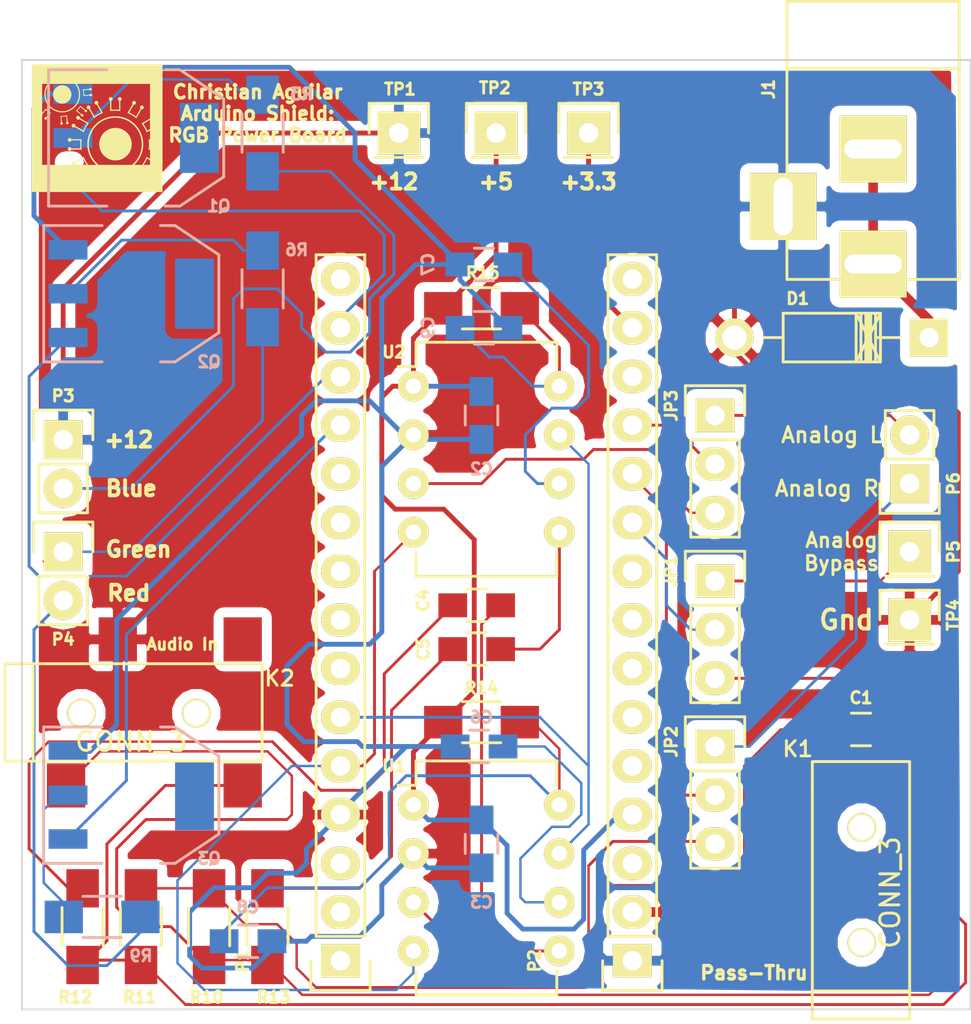
<source format=kicad_pcb>
(kicad_pcb (version 4) (host pcbnew 4.0.4-stable)
  (title_block (title GamingLighting) (date 2016-10-03) (rev A) (comment 1 "Christian Aguilar"))
  (layers (0 F.Cu signal) (31 B.Cu signal) (34 B.Paste user) (35 F.Paste user) (36 B.SilkS user) (37 F.SilkS user) (38 B.Mask user) (39 F.Mask user) (44 Edge.Cuts user))
  (net 0 "")
  (net 1 +12V)
  (net 2 +3.3V)
  (net 3 +5V)
  (net 4 /A0_EXT)
  (net 5 /A0_Right)
  (net 6 /A1_EXT)
  (net 7 /A1_Left)
  (net 8 /AudioByPass)
  (net 9 /AudioBypass_Ext)
  (net 10 /AudioInLeft)
  (net 11 /AudioInRight)
  (net 12 /D10)
  (net 13 /D11)
  (net 14 /D2)
  (net 15 /D3)
  (net 16 /D9)
  (net 17 /DigitalBandsLeft)
  (net 18 /DigitalBandsRight)
  (net 19 GND)
  (net 20 "Net-(C1-Pad1)")
  (net 21 "Net-(C1-Pad2)")
  (net 22 "Net-(C4-Pad1)")
  (net 23 "Net-(C4-Pad2)")
  (net 24 "Net-(C5-Pad1)")
  (net 25 "Net-(C5-Pad2)")
  (net 26 "Net-(C6-Pad1)")
  (net 27 "Net-(C7-Pad1)")
  (net 28 "Net-(C8-Pad1)")
  (net 29 "Net-(C9-Pad1)")
  (net 30 "Net-(D1-Pad1)")
  (net 31 "Net-(P3-Pad2)")
  (net 32 "Net-(P4-Pad1)")
  (net 33 "Net-(P4-Pad2)")
  (net 34 "Net-(Q1-Pad2)")
  (net 35 "Net-(Q2-Pad2)")
  (net 36 "Net-(Q3-Pad2)")
  (module Capacitors_SMD:C_0805_HandSoldering (layer F.Cu) (at 154.94 99.695 180)
    (fp_text reference C1 (at 0 1.651 180) (layer F.SilkS) (effects (font (size 0.6 0.6))))
    (fp_text value .01uF)
    (pad 1 smd rect (at -1.25 0 180) (size 1.5 1.25) (layers F.Cu F.Paste F.Mask) (net 20 "Net-(C1-Pad1)"))
    (pad 2 smd rect (at 1.25 0 180) (size 1.5 1.25) (layers F.Cu F.Paste F.Mask) (net 21 "Net-(C1-Pad2)"))
  )
  (module Capacitors_SMD:C_0805_HandSoldering (layer B.Cu) (at 135.128 83.312 270)
    (fp_text reference C2 (at 2.794 0 360) (layer B.SilkS) (effects (font (size 0.6 0.6)) (justify mirror)))
    (fp_text value .1uF)
    (pad 1 smd rect (at -1.25 0 270) (size 1.5 1.25) (layers B.Cu B.Paste B.Mask) (net 3 +5V))
    (pad 2 smd rect (at 1.25 0 270) (size 1.5 1.25) (layers B.Cu B.Paste B.Mask) (net 19 GND))
  )
  (module Capacitors_SMD:C_0805_HandSoldering (layer B.Cu) (at 135.128 105.664 270)
    (fp_text reference C3 (at 3.048 0 540) (layer B.SilkS) (effects (font (size 0.6 0.6)) (justify mirror)))
    (fp_text value .1uF)
    (pad 1 smd rect (at -1.25 0 270) (size 1.5 1.25) (layers B.Cu B.Paste B.Mask) (net 3 +5V))
    (pad 2 smd rect (at 1.25 0 270) (size 1.5 1.25) (layers B.Cu B.Paste B.Mask) (net 19 GND))
  )
  (module Capacitors_SMD:C_0805_HandSoldering (layer F.Cu) (at 134.874 93.218 180)
    (fp_text reference C4 (at 2.794 0.254 270) (layer F.SilkS) (effects (font (size 0.6 0.6))))
    (fp_text value .01uF)
    (pad 1 smd rect (at -1.25 0 180) (size 1.5 1.25) (layers F.Cu F.Paste F.Mask) (net 22 "Net-(C4-Pad1)"))
    (pad 2 smd rect (at 1.25 0 180) (size 1.5 1.25) (layers F.Cu F.Paste F.Mask) (net 23 "Net-(C4-Pad2)"))
  )
  (module Capacitors_SMD:C_0805_HandSoldering (layer F.Cu) (at 134.874 95.504 180)
    (fp_text reference C5 (at 2.794 0 270) (layer F.SilkS) (effects (font (size 0.6 0.6))))
    (fp_text value .01uF)
    (pad 1 smd rect (at -1.25 0 180) (size 1.5 1.25) (layers F.Cu F.Paste F.Mask) (net 24 "Net-(C5-Pad1)"))
    (pad 2 smd rect (at 1.25 0 180) (size 1.5 1.25) (layers F.Cu F.Paste F.Mask) (net 25 "Net-(C5-Pad2)"))
  )
  (module Capacitors_SMD:C_0805_HandSoldering (layer B.Cu) (at 135.001 100.584 180)
    (fp_text reference C6 (at -0.127 1.524 180) (layer B.SilkS) (effects (font (size 0.6 0.6)) (justify mirror)))
    (fp_text value .1uF)
    (pad 1 smd rect (at -1.25 0 180) (size 1.5 1.25) (layers B.Cu B.Paste B.Mask) (net 26 "Net-(C6-Pad1)"))
    (pad 2 smd rect (at 1.25 0 180) (size 1.5 1.25) (layers B.Cu B.Paste B.Mask) (net 19 GND))
  )
  (module Capacitors_SMD:C_0805_HandSoldering (layer B.Cu) (at 135.255 75.438 180)
    (fp_text reference C7 (at 2.921 0 270) (layer B.SilkS) (effects (font (size 0.6 0.6)) (justify mirror)))
    (fp_text value .1uF)
    (pad 1 smd rect (at -1.25 0 180) (size 1.5 1.25) (layers B.Cu B.Paste B.Mask) (net 27 "Net-(C7-Pad1)"))
    (pad 2 smd rect (at 1.25 0 180) (size 1.5 1.25) (layers B.Cu B.Paste B.Mask) (net 19 GND))
  )
  (module Capacitors_SMD:C_0805_HandSoldering (layer B.Cu) (at 122.936 110.744)
    (fp_text reference C8 (at 0 -1.778) (layer B.SilkS) (effects (font (size 0.6 0.6)) (justify mirror)))
    (fp_text value 33pF)
    (pad 1 smd rect (at -1.25 0) (size 1.5 1.25) (layers B.Cu B.Paste B.Mask) (net 28 "Net-(C8-Pad1)"))
    (pad 2 smd rect (at 1.25 0) (size 1.5 1.25) (layers B.Cu B.Paste B.Mask) (net 19 GND))
  )
  (module Capacitors_SMD:C_0805_HandSoldering (layer B.Cu) (at 135.255 78.74)
    (fp_text reference C9 (at -2.921 0 90) (layer B.SilkS) (effects (font (size 0.6 0.6)) (justify mirror)))
    (fp_text value 33pF)
    (pad 1 smd rect (at -1.25 0) (size 1.5 1.25) (layers B.Cu B.Paste B.Mask) (net 29 "Net-(C9-Pad1)"))
    (pad 2 smd rect (at 1.25 0) (size 1.5 1.25) (layers B.Cu B.Paste B.Mask) (net 19 GND))
  )
  (module Diodes_ThroughHole:Diode_DO-41_SOD81_Horizontal_RM10 (layer F.Cu) (at 158.496 79.248 180)
    (fp_text reference D1 (at 6.858 2.032 180) (layer F.SilkS) (effects (font (size 0.6 0.6))))
    (fp_text value DIODE)
    (pad 2 thru_hole circle (at 10.16 -0.00254) (size 1.99898 1.99898) (drill 1.27) (layers *.Cu *.Mask F.SilkS) (net 19 GND))
    (pad 1 thru_hole rect (at 0 -0.00254) (size 1.99898 1.99898) (drill 1.00076) (layers *.Cu *.Mask F.SilkS) (net 30 "Net-(D1-Pad1)"))
  )
  (module Connect:BARREL_JACK (layer F.Cu) (at 155.575 69.215 270)
    (fp_text reference J1 (at -2.921 5.461 450) (layer F.SilkS) (effects (font (size 0.6 0.6))))
    (fp_text value JACK_2P)
    (pad 1 thru_hole rect (at 6.20014 0 270) (size 3.50012 3.50012) (drill oval 1.00076 2.99974) (layers *.Cu *.Mask F.SilkS) (net 30 "Net-(D1-Pad1)"))
    (pad 2 thru_hole rect (at 0.20066 0 270) (size 3.50012 3.50012) (drill oval 1.00076 2.99974) (layers *.Cu *.Mask F.SilkS) (net 30 "Net-(D1-Pad1)"))
    (pad 3 thru_hole rect (at 3.2004 4.699 270) (size 3.50012 3.50012) (drill oval 2.99974 1.00076) (layers *.Cu *.Mask F.SilkS) (net 1 +12V))
  )
  (module Pin_Headers:Pin_Header_Straight_1x03 (layer F.Cu) (at 147.32 91.948)
    (fp_text reference JP1 (at -2.286 -0.508 90) (layer F.SilkS) (effects (font (size 0.6 0.6))))
    (fp_text value JUMPER3)
    (pad 1 thru_hole rect (at 0 0) (size 2.032 1.7272) (drill 1.016) (layers *.Cu *.Mask F.SilkS) (net 9 /AudioBypass_Ext))
    (pad 2 thru_hole oval (at 0 2.54) (size 2.032 1.7272) (drill 1.016) (layers *.Cu *.Mask F.SilkS) (net 8 /AudioByPass))
    (pad 3 thru_hole oval (at 0 5.08) (size 2.032 1.7272) (drill 1.016) (layers *.Cu *.Mask F.SilkS) (net 20 "Net-(C1-Pad1)"))
  )
  (module Pin_Headers:Pin_Header_Straight_1x03 (layer F.Cu) (at 147.32 100.584)
    (fp_text reference JP2 (at -2.286 -0.254 90) (layer F.SilkS) (effects (font (size 0.6 0.6))))
    (fp_text value JUMPER3)
    (pad 1 thru_hole rect (at 0 0) (size 2.032 1.7272) (drill 1.016) (layers *.Cu *.Mask F.SilkS) (net 6 /A1_EXT))
    (pad 2 thru_hole oval (at 0 2.54) (size 2.032 1.7272) (drill 1.016) (layers *.Cu *.Mask F.SilkS) (net 7 /A1_Left))
    (pad 3 thru_hole oval (at 0 5.08) (size 2.032 1.7272) (drill 1.016) (layers *.Cu *.Mask F.SilkS) (net 17 /DigitalBandsLeft))
  )
  (module Pin_Headers:Pin_Header_Straight_1x03 (layer F.Cu) (at 147.32 83.312)
    (fp_text reference JP3 (at -2.286 -0.508 90) (layer F.SilkS) (effects (font (size 0.6 0.6))))
    (fp_text value JUMPER3)
    (pad 1 thru_hole rect (at 0 0) (size 2.032 1.7272) (drill 1.016) (layers *.Cu *.Mask F.SilkS) (net 4 /A0_EXT))
    (pad 2 thru_hole oval (at 0 2.54) (size 2.032 1.7272) (drill 1.016) (layers *.Cu *.Mask F.SilkS) (net 5 /A0_Right))
    (pad 3 thru_hole oval (at 0 5.08) (size 2.032 1.7272) (drill 1.016) (layers *.Cu *.Mask F.SilkS) (net 18 /DigitalBandsRight))
  )
  (module Pin_Headers:Pin_Header_Straight_1x02 (layer F.Cu) (at 113.284 84.582)
    (fp_text reference P3 (at 0 -2.286 180) (layer F.SilkS) (effects (font (size 0.6 0.6))))
    (fp_text value CONN_2)
    (pad 1 thru_hole rect (at 0 0) (size 2.032 2.032) (drill 1.016) (layers *.Cu *.Mask F.SilkS) (net 1 +12V))
    (pad 2 thru_hole oval (at 0 2.54) (size 2.032 2.032) (drill 1.016) (layers *.Cu *.Mask F.SilkS) (net 31 "Net-(P3-Pad2)"))
  )
  (module Pin_Headers:Pin_Header_Straight_1x02 (layer F.Cu) (at 113.284 90.424)
    (fp_text reference P4 (at 0 4.572 180) (layer F.SilkS) (effects (font (size 0.6 0.6))))
    (fp_text value CONN_2)
    (pad 1 thru_hole rect (at 0 0) (size 2.032 2.032) (drill 1.016) (layers *.Cu *.Mask F.SilkS) (net 32 "Net-(P4-Pad1)"))
    (pad 2 thru_hole oval (at 0 2.54) (size 2.032 2.032) (drill 1.016) (layers *.Cu *.Mask F.SilkS) (net 33 "Net-(P4-Pad2)"))
  )
  (module Pin_Headers:Pin_Header_Straight_1x01 (layer F.Cu) (at 157.48 90.424)
    (fp_text reference P5 (at 2.286 0 90) (layer F.SilkS) (effects (font (size 0.6 0.6))))
    (fp_text value CONN_1)
    (pad 1 thru_hole rect (at 0 0) (size 2.2352 2.2352) (drill 1.016) (layers *.Cu *.Mask F.SilkS) (net 9 /AudioBypass_Ext))
  )
  (module Pin_Headers:Pin_Header_Straight_1x02 (layer F.Cu) (at 157.48 86.868 180)
    (fp_text reference P6 (at -2.286 0 270) (layer F.SilkS) (effects (font (size 0.6 0.6))))
    (fp_text value CONN_2)
    (pad 1 thru_hole rect (at 0 0 180) (size 2.032 2.032) (drill 1.016) (layers *.Cu *.Mask F.SilkS) (net 6 /A1_EXT))
    (pad 2 thru_hole oval (at 0 2.54 180) (size 2.032 2.032) (drill 1.016) (layers *.Cu *.Mask F.SilkS) (net 4 /A0_EXT))
  )
  (module Resistors_SMD:R_1206_HandSoldering (layer B.Cu) (at 123.698 68.58 90)
    (fp_text reference R3 (at 2.032 2.032 180) (layer B.SilkS) (effects (font (size 0.6 0.6)) (justify mirror)))
    (fp_text value 10)
    (pad 1 smd rect (at -2 0 90) (size 2 1.7) (layers B.Cu B.Paste B.Mask) (net 31 "Net-(P3-Pad2)"))
    (pad 2 smd rect (at 2 0 90) (size 2 1.7) (layers B.Cu B.Paste B.Mask) (net 34 "Net-(Q1-Pad2)"))
  )
  (module Resistors_SMD:R_1206_HandSoldering (layer B.Cu) (at 123.698 76.708 90)
    (fp_text reference R6 (at 2.032 1.778 180) (layer B.SilkS) (effects (font (size 0.6 0.6)) (justify mirror)))
    (fp_text value 10)
    (pad 1 smd rect (at -2 0 90) (size 2 1.7) (layers B.Cu B.Paste B.Mask) (net 32 "Net-(P4-Pad1)"))
    (pad 2 smd rect (at 2 0 90) (size 2 1.7) (layers B.Cu B.Paste B.Mask) (net 35 "Net-(Q2-Pad2)"))
  )
  (module Resistors_SMD:R_1206_HandSoldering (layer B.Cu) (at 115.316 109.474 180)
    (fp_text reference R9 (at -2.032 -2.032 180) (layer B.SilkS) (effects (font (size 0.6 0.6)) (justify mirror)))
    (fp_text value 20)
    (pad 1 smd rect (at -2 0 180) (size 2 1.7) (layers B.Cu B.Paste B.Mask) (net 33 "Net-(P4-Pad2)"))
    (pad 2 smd rect (at 2 0 180) (size 2 1.7) (layers B.Cu B.Paste B.Mask) (net 36 "Net-(Q3-Pad2)"))
  )
  (module Resistors_SMD:R_1206_HandSoldering (layer F.Cu) (at 120.904 109.982 270)
    (fp_text reference R10 (at 3.683 0.127 360) (layer F.SilkS) (effects (font (size 0.6 0.6))))
    (fp_text value 22k)
    (pad 1 smd rect (at -2 0 270) (size 2 1.7) (layers F.Cu F.Paste F.Mask) (net 21 "Net-(C1-Pad2)"))
    (pad 2 smd rect (at 2 0 270) (size 2 1.7) (layers F.Cu F.Paste F.Mask) (net 11 /AudioInRight))
  )
  (module Resistors_SMD:R_1206_HandSoldering (layer F.Cu) (at 117.348 109.982 270)
    (fp_text reference R11 (at 3.683 0.0635 360) (layer F.SilkS) (effects (font (size 0.6 0.6))))
    (fp_text value 22k)
    (pad 1 smd rect (at -2 0 270) (size 2 1.7) (layers F.Cu F.Paste F.Mask) (net 21 "Net-(C1-Pad2)"))
    (pad 2 smd rect (at 2 0 270) (size 2 1.7) (layers F.Cu F.Paste F.Mask) (net 10 /AudioInLeft))
  )
  (module Resistors_SMD:R_1206_HandSoldering (layer F.Cu) (at 114.3 109.982 270)
    (fp_text reference R12 (at 3.683 0.381 360) (layer F.SilkS) (effects (font (size 0.6 0.6))))
    (fp_text value 22k)
    (pad 1 smd rect (at -2 0 270) (size 2 1.7) (layers F.Cu F.Paste F.Mask) (net 23 "Net-(C4-Pad2)"))
    (pad 2 smd rect (at 2 0 270) (size 2 1.7) (layers F.Cu F.Paste F.Mask) (net 10 /AudioInLeft))
  )
  (module Resistors_SMD:R_1206_HandSoldering (layer F.Cu) (at 123.952 109.982 270)
    (fp_text reference R13 (at 3.683 -0.3175 360) (layer F.SilkS) (effects (font (size 0.6 0.6))))
    (fp_text value 22k)
    (pad 1 smd rect (at -2 0 270) (size 2 1.7) (layers F.Cu F.Paste F.Mask) (net 25 "Net-(C5-Pad2)"))
    (pad 2 smd rect (at 2 0 270) (size 2 1.7) (layers F.Cu F.Paste F.Mask) (net 11 /AudioInRight))
  )
  (module Resistors_SMD:R_1206_HandSoldering (layer F.Cu) (at 135.128 99.314 180)
    (fp_text reference R14 (at 0 1.778 180) (layer F.SilkS) (effects (font (size 0.6 0.6))))
    (fp_text value 200k)
    (pad 1 smd rect (at -2 0 180) (size 2 1.7) (layers F.Cu F.Paste F.Mask) (net 28 "Net-(C8-Pad1)"))
    (pad 2 smd rect (at 2 0 180) (size 2 1.7) (layers F.Cu F.Paste F.Mask) (net 3 +5V))
  )
  (module Resistors_SMD:R_1206_HandSoldering (layer F.Cu) (at 135.128 77.724 180)
    (fp_text reference R15 (at -0.0635 1.8415 180) (layer F.SilkS) (effects (font (size 0.6 0.6))))
    (fp_text value 200k)
    (pad 1 smd rect (at -2 0 180) (size 2 1.7) (layers F.Cu F.Paste F.Mask) (net 29 "Net-(C9-Pad1)"))
    (pad 2 smd rect (at 2 0 180) (size 2 1.7) (layers F.Cu F.Paste F.Mask) (net 3 +5V))
  )
  (module Pin_Headers:Pin_Header_Straight_1x01 (layer F.Cu) (at 130.81 68.58)
    (fp_text reference TP1 (at 0.0635 -2.286) (layer F.SilkS) (effects (font (size 0.6 0.6))))
    (fp_text value CONN_01X01)
    (pad 1 thru_hole rect (at 0 0) (size 2.2352 2.2352) (drill 1.016) (layers *.Cu *.Mask F.SilkS) (net 1 +12V))
  )
  (module Pin_Headers:Pin_Header_Straight_1x01 (layer F.Cu) (at 135.89 68.58)
    (fp_text reference TP2 (at -0.0635 -2.3495) (layer F.SilkS) (effects (font (size 0.6 0.6))))
    (fp_text value CONN_01X01)
    (pad 1 thru_hole rect (at 0 0) (size 2.2352 2.2352) (drill 1.016) (layers *.Cu *.Mask F.SilkS) (net 3 +5V))
  )
  (module Pin_Headers:Pin_Header_Straight_1x01 (layer F.Cu) (at 140.716 68.58)
    (fp_text reference TP3 (at 0 -2.286) (layer F.SilkS) (effects (font (size 0.6 0.6))))
    (fp_text value CONN_01X01)
    (pad 1 thru_hole rect (at 0 0) (size 2.2352 2.2352) (drill 1.016) (layers *.Cu *.Mask F.SilkS) (net 2 +3.3V))
  )
  (module Pin_Headers:Pin_Header_Straight_1x01 (layer F.Cu) (at 157.48 93.98)
    (fp_text reference TP4 (at 2.286 -0.254 90) (layer F.SilkS) (effects (font (size 0.6 0.6))))
    (fp_text value CONN_01X01)
    (pad 1 thru_hole rect (at 0 0) (size 2.2352 2.2352) (drill 1.016) (layers *.Cu *.Mask F.SilkS) (net 19 GND))
  )
  (module Housings_DIP:DIP-8_W7.62mm (layer F.Cu) (at 131.572 103.632)
    (fp_text reference U1 (at -1.016 -2.032) (layer F.SilkS) (effects (font (size 0.6 0.6))))
    (fp_text value MSGEQ7)
    (pad 1 thru_hole oval (at 0 0) (size 1.6 1.6) (drill 0.8) (layers *.Cu *.Mask F.SilkS) (net 3 +5V))
    (pad 2 thru_hole oval (at 0 2.54) (size 1.6 1.6) (drill 0.8) (layers *.Cu *.Mask F.SilkS) (net 19 GND))
    (pad 3 thru_hole oval (at 0 5.08) (size 1.6 1.6) (drill 0.8) (layers *.Cu *.Mask F.SilkS) (net 17 /DigitalBandsLeft))
    (pad 4 thru_hole oval (at 0 7.62) (size 1.6 1.6) (drill 0.8) (layers *.Cu *.Mask F.SilkS) (net 14 /D2))
    (pad 5 thru_hole oval (at 7.62 7.62) (size 1.6 1.6) (drill 0.8) (layers *.Cu *.Mask F.SilkS) (net 22 "Net-(C4-Pad1)"))
    (pad 6 thru_hole oval (at 7.62 5.08) (size 1.6 1.6) (drill 0.8) (layers *.Cu *.Mask F.SilkS) (net 26 "Net-(C6-Pad1)"))
    (pad 7 thru_hole oval (at 7.62 2.54) (size 1.6 1.6) (drill 0.8) (layers *.Cu *.Mask F.SilkS) (net 15 /D3))
    (pad 8 thru_hole oval (at 7.62 0) (size 1.6 1.6) (drill 0.8) (layers *.Cu *.Mask F.SilkS) (net 28 "Net-(C8-Pad1)"))
  )
  (module Housings_DIP:DIP-8_W7.62mm (layer F.Cu) (at 131.572 81.788)
    (fp_text reference U2 (at -1.016 -1.778) (layer F.SilkS) (effects (font (size 0.6 0.6))))
    (fp_text value MSGEQ7)
    (pad 1 thru_hole oval (at 0 0) (size 1.6 1.6) (drill 0.8) (layers *.Cu *.Mask F.SilkS) (net 3 +5V))
    (pad 2 thru_hole oval (at 0 2.54) (size 1.6 1.6) (drill 0.8) (layers *.Cu *.Mask F.SilkS) (net 19 GND))
    (pad 3 thru_hole oval (at 0 5.08) (size 1.6 1.6) (drill 0.8) (layers *.Cu *.Mask F.SilkS) (net 18 /DigitalBandsRight))
    (pad 4 thru_hole oval (at 0 7.62) (size 1.6 1.6) (drill 0.8) (layers *.Cu *.Mask F.SilkS) (net 14 /D2))
    (pad 5 thru_hole oval (at 7.62 7.62) (size 1.6 1.6) (drill 0.8) (layers *.Cu *.Mask F.SilkS) (net 24 "Net-(C5-Pad1)"))
    (pad 6 thru_hole oval (at 7.62 5.08) (size 1.6 1.6) (drill 0.8) (layers *.Cu *.Mask F.SilkS) (net 27 "Net-(C7-Pad1)"))
    (pad 7 thru_hole oval (at 7.62 2.54) (size 1.6 1.6) (drill 0.8) (layers *.Cu *.Mask F.SilkS) (net 15 /D3))
    (pad 8 thru_hole oval (at 7.62 0) (size 1.6 1.6) (drill 0.8) (layers *.Cu *.Mask F.SilkS) (net 29 "Net-(C9-Pad1)"))
  )
  (module Socket_Strips:Socket_Strip_Straight_1x15 (layer F.Cu) (at 127.762 111.76 90)
    (fp_text reference P1 (at 0 -5.1 90) (layer F.SilkS) (effects (font (size 0.6 0.6))))
    (fp_text value CONN_01X15)
    (pad 1 thru_hole rect (at 0 0 90) (size 1.7272 2.032) (drill 1.016) (layers *.Cu *.Mask F.SilkS))
    (pad 2 thru_hole oval (at 2.54 0 90) (size 1.7272 2.032) (drill 1.016) (layers *.Cu *.Mask F.SilkS))
    (pad 3 thru_hole oval (at 5.08 0 90) (size 1.7272 2.032) (drill 1.016) (layers *.Cu *.Mask F.SilkS))
    (pad 4 thru_hole oval (at 7.62 0 90) (size 1.7272 2.032) (drill 1.016) (layers *.Cu *.Mask F.SilkS) (net 19 GND))
    (pad 5 thru_hole oval (at 10.16 0 90) (size 1.7272 2.032) (drill 1.016) (layers *.Cu *.Mask F.SilkS) (net 14 /D2))
    (pad 6 thru_hole oval (at 12.7 0 90) (size 1.7272 2.032) (drill 1.016) (layers *.Cu *.Mask F.SilkS) (net 15 /D3))
    (pad 7 thru_hole oval (at 15.24 0 90) (size 1.7272 2.032) (drill 1.016) (layers *.Cu *.Mask F.SilkS))
    (pad 8 thru_hole oval (at 17.78 0 90) (size 1.7272 2.032) (drill 1.016) (layers *.Cu *.Mask F.SilkS))
    (pad 9 thru_hole oval (at 20.32 0 90) (size 1.7272 2.032) (drill 1.016) (layers *.Cu *.Mask F.SilkS))
    (pad 10 thru_hole oval (at 22.86 0 90) (size 1.7272 2.032) (drill 1.016) (layers *.Cu *.Mask F.SilkS))
    (pad 11 thru_hole oval (at 25.4 0 90) (size 1.7272 2.032) (drill 1.016) (layers *.Cu *.Mask F.SilkS))
    (pad 12 thru_hole oval (at 27.94 0 90) (size 1.7272 2.032) (drill 1.016) (layers *.Cu *.Mask F.SilkS) (net 16 /D9))
    (pad 13 thru_hole oval (at 30.48 0 90) (size 1.7272 2.032) (drill 1.016) (layers *.Cu *.Mask F.SilkS) (net 12 /D10))
    (pad 14 thru_hole oval (at 33.02 0 90) (size 1.7272 2.032) (drill 1.016) (layers *.Cu *.Mask F.SilkS) (net 13 /D11))
    (pad 15 thru_hole oval (at 35.56 0 90) (size 1.7272 2.032) (drill 1.016) (layers *.Cu *.Mask F.SilkS))
  )
  (module Socket_Strips:Socket_Strip_Straight_1x15 (layer F.Cu) (at 143.002 111.76 90)
    (fp_text reference P2 (at 0 -5.1 90) (layer F.SilkS) (effects (font (size 0.6 0.6))))
    (fp_text value CONN_01X15)
    (pad 1 thru_hole rect (at 0 0 90) (size 1.7272 2.032) (drill 1.016) (layers *.Cu *.Mask F.SilkS) (net 1 +12V))
    (pad 2 thru_hole oval (at 2.54 0 90) (size 1.7272 2.032) (drill 1.016) (layers *.Cu *.Mask F.SilkS) (net 19 GND))
    (pad 3 thru_hole oval (at 5.08 0 90) (size 1.7272 2.032) (drill 1.016) (layers *.Cu *.Mask F.SilkS))
    (pad 4 thru_hole oval (at 7.62 0 90) (size 1.7272 2.032) (drill 1.016) (layers *.Cu *.Mask F.SilkS) (net 3 +5V))
    (pad 5 thru_hole oval (at 10.16 0 90) (size 1.7272 2.032) (drill 1.016) (layers *.Cu *.Mask F.SilkS))
    (pad 6 thru_hole oval (at 12.7 0 90) (size 1.7272 2.032) (drill 1.016) (layers *.Cu *.Mask F.SilkS))
    (pad 7 thru_hole oval (at 15.24 0 90) (size 1.7272 2.032) (drill 1.016) (layers *.Cu *.Mask F.SilkS))
    (pad 8 thru_hole oval (at 17.78 0 90) (size 1.7272 2.032) (drill 1.016) (layers *.Cu *.Mask F.SilkS))
    (pad 9 thru_hole oval (at 20.32 0 90) (size 1.7272 2.032) (drill 1.016) (layers *.Cu *.Mask F.SilkS))
    (pad 10 thru_hole oval (at 22.86 0 90) (size 1.7272 2.032) (drill 1.016) (layers *.Cu *.Mask F.SilkS) (net 8 /AudioByPass))
    (pad 11 thru_hole oval (at 25.4 0 90) (size 1.7272 2.032) (drill 1.016) (layers *.Cu *.Mask F.SilkS) (net 7 /A1_Left))
    (pad 12 thru_hole oval (at 27.94 0 90) (size 1.7272 2.032) (drill 1.016) (layers *.Cu *.Mask F.SilkS) (net 5 /A0_Right))
    (pad 13 thru_hole oval (at 30.48 0 90) (size 1.7272 2.032) (drill 1.016) (layers *.Cu *.Mask F.SilkS))
    (pad 14 thru_hole oval (at 33.02 0 90) (size 1.7272 2.032) (drill 1.016) (layers *.Cu *.Mask F.SilkS) (net 2 +3.3V))
    (pad 15 thru_hole oval (at 35.56 0 90) (size 1.7272 2.032) (drill 1.016) (layers *.Cu *.Mask F.SilkS))
  )
  (module TO_SOT_Packages_SMD:SOT-223 (layer B.Cu) (at 117.094 68.834 90)
    (fp_text reference Q1 (at -3.556 4.318 180) (layer B.SilkS) (effects (font (size 0.6 0.6)) (justify mirror)))
    (fp_text value Q_NMOS_GDS)
    (pad 4 smd rect (at 0 3.302 90) (size 3.6576 2.032) (layers B.Cu B.Paste B.Mask))
    (pad 2 smd rect (at 0 -3.302 90) (size 1.016 2.032) (layers B.Cu B.Paste B.Mask) (net 34 "Net-(Q1-Pad2)"))
    (pad 3 smd rect (at 2.286 -3.302 90) (size 1.016 2.032) (layers B.Cu B.Paste B.Mask) (net 19 GND))
    (pad 1 smd rect (at -2.286 -3.302 90) (size 1.016 2.032) (layers B.Cu B.Paste B.Mask) (net 13 /D11))
  )
  (module TO_SOT_Packages_SMD:SOT-223 (layer B.Cu) (at 116.84 76.962 90)
    (fp_text reference Q2 (at -3.556 4.064 180) (layer B.SilkS) (effects (font (size 0.6 0.6)) (justify mirror)))
    (fp_text value Q_NMOS_GDS)
    (pad 4 smd rect (at 0 3.302 90) (size 3.6576 2.032) (layers B.Cu B.Paste B.Mask))
    (pad 2 smd rect (at 0 -3.302 90) (size 1.016 2.032) (layers B.Cu B.Paste B.Mask) (net 35 "Net-(Q2-Pad2)"))
    (pad 3 smd rect (at 2.286 -3.302 90) (size 1.016 2.032) (layers B.Cu B.Paste B.Mask) (net 19 GND))
    (pad 1 smd rect (at -2.286 -3.302 90) (size 1.016 2.032) (layers B.Cu B.Paste B.Mask) (net 12 /D10))
  )
  (module TO_SOT_Packages_SMD:SOT-223 (layer B.Cu) (at 116.84 103.124 90)
    (fp_text reference Q3 (at -3.302 4.064 180) (layer B.SilkS) (effects (font (size 0.6 0.6)) (justify mirror)))
    (fp_text value Q_NMOS_GDS)
    (pad 4 smd rect (at 0 3.302 90) (size 3.6576 2.032) (layers B.Cu B.Paste B.Mask))
    (pad 2 smd rect (at 0 -3.302 90) (size 1.016 2.032) (layers B.Cu B.Paste B.Mask) (net 36 "Net-(Q3-Pad2)"))
    (pad 3 smd rect (at 2.286 -3.302 90) (size 1.016 2.032) (layers B.Cu B.Paste B.Mask) (net 19 GND))
    (pad 1 smd rect (at -2.286 -3.302 90) (size 1.016 2.032) (layers B.Cu B.Paste B.Mask) (net 16 /D9))
  )
  (module AudioConn:LOGO (layer F.Cu) (at 115.062 68.326)
    (fp_text reference G*** hide)
    (fp_text value LOGO hide)
  )
  (module AudioConn:AudioJack (layer F.Cu) (at 110.236 101.346 90)
    (fp_text reference K2 (at 4.318 14.351 180) (layer F.SilkS) (effects (font (size 0.8 0.8))))
    (fp_text value CONN_3 (at 1.016 6.604 180) (layer F.SilkS))
    (pad 4 smd rect (at 6.35 12.422 90) (size 2.3 2) (layers F.Cu F.Paste F.Mask))
    (pad 1 smd rect (at -1.27 3.2 90) (size 2.3 2) (layers F.Cu F.Paste F.Mask) (net 11 /AudioInRight))
    (pad 2 smd rect (at -1.27 12.422 90) (size 2.3 2) (layers F.Cu F.Paste F.Mask) (net 10 /AudioInLeft))
    (pad 3 smd rect (at 6.35 5.9 90) (size 2.3 2) (layers F.Cu F.Paste F.Mask) (net 19 GND))
    (pad "" np_thru_hole circle (at 2.5 4 90) (size 1.5 1.5) (drill 1.3) (layers *.Cu *.Mask F.SilkS))
    (pad "" np_thru_hole circle (at 2.5 10 90) (size 1.5 1.5) (drill 1.3) (layers *.Cu *.Mask F.SilkS))
  )
  (module AudioConn:AudioJack (layer F.Cu) (at 157.48 114.808 180)
    (fp_text reference K1 (at 5.842 14.097 180) (layer F.SilkS) (effects (font (size 0.8 0.8))))
    (fp_text value CONN_3 (at 1.016 6.604 270) (layer F.SilkS))
    (pad 4 smd rect (at 6.35 12.422 180) (size 2.3 2) (layers F.Cu F.Paste F.Mask))
    (pad 1 smd rect (at -1.27 3.2 180) (size 2.3 2) (layers F.Cu F.Paste F.Mask) (net 11 /AudioInRight))
    (pad 2 smd rect (at -1.27 12.422 180) (size 2.3 2) (layers F.Cu F.Paste F.Mask) (net 10 /AudioInLeft))
    (pad 3 smd rect (at 6.35 5.9 180) (size 2.3 2) (layers F.Cu F.Paste F.Mask) (net 19 GND))
    (pad "" np_thru_hole circle (at 2.5 4 180) (size 1.5 1.5) (drill 1.3) (layers *.Cu *.Mask F.SilkS))
    (pad "" np_thru_hole circle (at 2.5 10 180) (size 1.5 1.5) (drill 1.3) (layers *.Cu *.Mask F.SilkS))
  )
  (gr_text Pass-Thru (at 149.352 112.395) (layer F.SilkS) (effects (font (size 0.7 0.7) (thickness 0.175))))
  (gr_text "Christian Aguilar\nArduino Shield:\nRGB Power Board" (at 123.444 67.564) (layer F.SilkS) (effects (font (size 0.7 0.7) (thickness 0.175))))
  (gr_text "Audio In" (at 119.507 95.25) (layer F.SilkS) (effects (font (size 0.6 0.6))))
  (gr_text Gnd (at 154.178 93.98) (layer F.SilkS) (effects (font (size 1 1) (thickness 0.2))))
  (gr_text "Analog R" (at 153.162 87.122) (layer F.SilkS) (effects (font (size 0.8 0.8))))
  (gr_text "Analog\nBypass" (at 153.924 90.424) (layer F.SilkS) (effects (font (size 0.75 0.75))))
  (gr_text "Analog L" (at 153.416 84.328) (layer F.SilkS) (effects (font (size 0.8 0.8))))
  (gr_text +3.3 (at 140.716 71.12) (layer F.SilkS) (effects (font (size 0.8 0.8) (thickness 0.2))))
  (gr_text +5 (at 135.89 71.12) (layer F.SilkS) (effects (font (size 0.8 0.8) (thickness 0.2))))
  (gr_text +12 (at 130.556 71.12) (layer F.SilkS) (effects (font (size 0.8 0.8) (thickness 0.2))))
  (gr_text Red (at 116.713 92.583) (layer F.SilkS) (effects (font (size 0.8 0.8) (thickness 0.2))))
  (gr_text Green (at 117.221 90.297) (layer F.SilkS) (effects (font (size 0.8 0.8) (thickness 0.2))))
  (gr_text Blue (at 116.84 87.122) (layer F.SilkS) (effects (font (size 0.8 0.8) (thickness 0.2))))
  (gr_text +12 (at 116.713 84.582) (layer F.SilkS) (effects (font (size 0.8 0.8) (thickness 0.2))))
  (gr_line (start 160.655 64.77) (end 111.125 64.77) (angle 90) (layer Edge.Cuts) (width 0.1))
  (gr_line (start 160.655 114.3) (end 160.655 64.77) (angle 90) (layer Edge.Cuts) (width 0.1))
  (gr_line (start 111.125 114.3) (end 160.655 114.3) (angle 90) (layer Edge.Cuts) (width 0.1))
  (gr_line (start 111.125 64.77) (end 111.125 114.3) (angle 90) (layer Edge.Cuts) (width 0.1))
  (segment (start 113.284 84.582) (end 113.284 76.708) (width 0.254) (layer F.Cu) (net 1))
  (segment (start 121.412 68.58) (end 130.81 68.58) (width 0.254) (layer F.Cu) (net 1))
  (segment (start 113.284 76.708) (end 121.412 68.58) (width 0.254) (layer F.Cu) (net 1))
  (segment (start 132.588 72.39) (end 150.8506 72.39) (width 0.254) (layer B.Cu) (net 1))
  (segment (start 150.8506 72.39) (end 150.876 72.4154) (width 0.254) (layer B.Cu) (net 1))
  (segment (start 130.81 68.58) (end 130.81 70.612) (width 0.254) (layer B.Cu) (net 1))
  (segment (start 130.81 70.612) (end 132.588 72.39) (width 0.254) (layer B.Cu) (net 1))
  (segment (start 132.588 72.39) (end 132.6134 72.4154) (width 0.254) (layer B.Cu) (net 1))
  (segment (start 141.732 107.95) (end 155.702 107.95) (width 0.254) (layer B.Cu) (net 1))
  (segment (start 141.224 108.458) (end 141.732 107.95) (width 0.254) (layer B.Cu) (net 1))
  (segment (start 141.224 111.252) (end 141.224 108.458) (width 0.254) (layer B.Cu) (net 1))
  (segment (start 159.766 84.582) (end 151.003 75.819) (width 0.254) (layer B.Cu) (net 1))
  (segment (start 159.766 97.917) (end 159.766 84.582) (width 0.254) (layer B.Cu) (net 1))
  (segment (start 156.845 100.838) (end 159.766 97.917) (width 0.254) (layer B.Cu) (net 1))
  (segment (start 156.845 106.807) (end 156.845 100.838) (width 0.254) (layer B.Cu) (net 1))
  (segment (start 151.003 75.819) (end 151.003 72.5424) (width 0.254) (layer B.Cu) (net 1))
  (segment (start 155.702 107.95) (end 156.845 106.807) (width 0.254) (layer B.Cu) (net 1))
  (segment (start 151.003 72.5424) (end 150.876 72.4154) (width 0.254) (layer B.Cu) (net 1))
  (segment (start 142.875 111.76) (end 141.732 111.76) (width 0.254) (layer B.Cu) (net 1))
  (segment (start 141.732 111.76) (end 141.224 111.252) (width 0.254) (layer B.Cu) (net 1))
  (segment (start 140.716 68.58) (end 140.716 76.454) (width 0.254) (layer F.Cu) (net 2))
  (segment (start 140.716 76.454) (end 143.002 78.74) (width 0.254) (layer F.Cu) (net 2))
  (segment (start 141.478 68.58) (end 141.478 69.374) (width 0.254) (layer F.Cu) (net 2))
  (segment (start 135.89 68.58) (end 135.89 74.962) (width 0.254) (layer F.Cu) (net 3))
  (segment (start 135.89 74.962) (end 133.128 77.724) (width 0.254) (layer F.Cu) (net 3))
  (segment (start 133.128 99.314) (end 133.1595 99.314) (width 0.254) (layer F.Cu) (net 3))
  (segment (start 133.1595 99.314) (end 134.747 97.7265) (width 0.254) (layer F.Cu) (net 3))
  (segment (start 130.4925 81.788) (end 131.572 81.788) (width 0.254) (layer F.Cu) (net 3))
  (segment (start 129.921 82.3595) (end 130.4925 81.788) (width 0.254) (layer F.Cu) (net 3))
  (segment (start 129.921 87.503) (end 129.921 82.3595) (width 0.254) (layer F.Cu) (net 3))
  (segment (start 130.6195 88.2015) (end 129.921 87.503) (width 0.254) (layer F.Cu) (net 3))
  (segment (start 133.1595 88.2015) (end 130.6195 88.2015) (width 0.254) (layer F.Cu) (net 3))
  (segment (start 134.747 89.789) (end 133.1595 88.2015) (width 0.254) (layer F.Cu) (net 3))
  (segment (start 134.747 97.7265) (end 134.747 89.789) (width 0.254) (layer F.Cu) (net 3))
  (segment (start 136.4615 105.7475) (end 135.128 104.414) (width 0.254) (layer B.Cu) (net 3))
  (segment (start 131.572 81.788) (end 131.572 79.28) (width 0.254) (layer F.Cu) (net 3))
  (segment (start 131.572 79.28) (end 133.128 77.724) (width 0.254) (layer F.Cu) (net 3))
  (segment (start 131.572 81.788) (end 134.854 81.788) (width 0.254) (layer B.Cu) (net 3))
  (segment (start 134.854 81.788) (end 135.128 82.062) (width 0.254) (layer B.Cu) (net 3))
  (segment (start 135.128 104.414) (end 132.354 104.414) (width 0.254) (layer B.Cu) (net 3))
  (segment (start 132.354 104.414) (end 131.572 103.632) (width 0.254) (layer B.Cu) (net 3))
  (segment (start 131.572 103.632) (end 131.572 100.87) (width 0.254) (layer F.Cu) (net 3))
  (segment (start 131.572 100.87) (end 133.128 99.314) (width 0.254) (layer F.Cu) (net 3))
  (segment (start 136.4615 109.2835) (end 136.4615 105.7475) (width 0.254) (layer B.Cu) (net 3))
  (segment (start 137.287 110.109) (end 136.4615 109.2835) (width 0.254) (layer B.Cu) (net 3))
  (segment (start 142.875 104.14) (end 142.3035 104.14) (width 0.254) (layer B.Cu) (net 3))
  (segment (start 142.3035 104.14) (end 140.462 105.9815) (width 0.254) (layer B.Cu) (net 3))
  (segment (start 140.462 105.9815) (end 140.462 109.601) (width 0.254) (layer B.Cu) (net 3))
  (segment (start 140.462 109.601) (end 139.954 110.109) (width 0.254) (layer B.Cu) (net 3))
  (segment (start 139.954 110.109) (end 137.287 110.109) (width 0.254) (layer B.Cu) (net 3))
  (segment (start 147.32 83.312) (end 156.464 83.312) (width 0.1524) (layer F.Cu) (net 4))
  (segment (start 156.464 83.312) (end 157.48 84.328) (width 0.127) (layer F.Cu) (net 4))
  (segment (start 147.32 85.852) (end 147.066 85.852) (width 0.127) (layer F.Cu) (net 5))
  (segment (start 147.066 85.852) (end 145.034 83.82) (width 0.1524) (layer F.Cu) (net 5))
  (segment (start 145.034 83.82) (end 142.875 83.82) (width 0.1524) (layer F.Cu) (net 5))
  (segment (start 147.32 100.584) (end 149.098 100.584) (width 0.127) (layer B.Cu) (net 6))
  (segment (start 154.686 89.662) (end 157.48 86.868) (width 0.1524) (layer B.Cu) (net 6))
  (segment (start 154.686 94.996) (end 154.686 89.662) (width 0.1524) (layer B.Cu) (net 6))
  (segment (start 149.098 100.584) (end 154.686 94.996) (width 0.1524) (layer B.Cu) (net 6))
  (segment (start 147.32 103.124) (end 145.796 103.124) (width 0.1524) (layer F.Cu) (net 7))
  (segment (start 145.796 103.124) (end 144.78 102.108) (width 0.1524) (layer F.Cu) (net 7))
  (segment (start 144.78 102.108) (end 144.78 88.265) (width 0.1524) (layer F.Cu) (net 7))
  (segment (start 144.78 88.265) (end 142.875 86.36) (width 0.127) (layer F.Cu) (net 7))
  (segment (start 147.32 94.488) (end 146.05 94.488) (width 0.127) (layer B.Cu) (net 8))
  (segment (start 146.05 94.488) (end 144.78 93.218) (width 0.1524) (layer B.Cu) (net 8))
  (segment (start 144.78 93.218) (end 144.78 90.805) (width 0.1524) (layer B.Cu) (net 8))
  (segment (start 144.78 90.805) (end 142.875 88.9) (width 0.1524) (layer B.Cu) (net 8))
  (segment (start 147.32 91.948) (end 155.956 91.948) (width 0.1524) (layer F.Cu) (net 9))
  (segment (start 155.956 91.948) (end 157.48 90.424) (width 0.127) (layer F.Cu) (net 9))
  (segment (start 122.658 102.616) (end 118.618 102.616) (width 0.1524) (layer F.Cu) (net 10))
  (segment (start 115.57 110.712) (end 114.3 111.982) (width 0.1524) (layer F.Cu) (net 10))
  (segment (start 115.57 105.664) (end 115.57 110.712) (width 0.1524) (layer F.Cu) (net 10))
  (segment (start 118.618 102.616) (end 115.57 105.664) (width 0.1524) (layer F.Cu) (net 10))
  (segment (start 158.75 102.386) (end 158.75 108.204) (width 0.127) (layer F.Cu) (net 10))
  (segment (start 158.75 108.204) (end 160.401 109.855) (width 0.1524) (layer F.Cu) (net 10))
  (segment (start 160.401 109.855) (end 160.401 112.903) (width 0.1524) (layer F.Cu) (net 10))
  (segment (start 160.401 112.903) (end 159.258 114.046) (width 0.1524) (layer F.Cu) (net 10))
  (segment (start 159.258 114.046) (end 119.666 114.046) (width 0.1524) (layer F.Cu) (net 10))
  (segment (start 119.666 114.046) (end 117.348 111.728) (width 0.127) (layer F.Cu) (net 10))
  (segment (start 114.3 111.728) (end 117.348 111.728) (width 0.1524) (layer F.Cu) (net 10))
  (segment (start 123.952 100.838) (end 115.214 100.838) (width 0.127) (layer F.Cu) (net 11))
  (segment (start 115.214 100.838) (end 113.436 102.616) (width 0.127) (layer F.Cu) (net 11))
  (segment (start 118.904 109.982) (end 120.904 111.982) (width 0.1524) (layer F.Cu) (net 11))
  (segment (start 117.094 109.982) (end 118.904 109.982) (width 0.1524) (layer F.Cu) (net 11))
  (segment (start 116.078 108.966) (end 117.094 109.982) (width 0.1524) (layer F.Cu) (net 11))
  (segment (start 116.078 105.918) (end 116.078 108.966) (width 0.1524) (layer F.Cu) (net 11))
  (segment (start 117.602 104.394) (end 116.078 105.918) (width 0.1524) (layer F.Cu) (net 11))
  (segment (start 124.968 104.394) (end 117.602 104.394) (width 0.1524) (layer F.Cu) (net 11))
  (segment (start 125.222 104.14) (end 124.968 104.394) (width 0.127) (layer F.Cu) (net 11))
  (segment (start 125.222 102.108) (end 125.222 104.14) (width 0.127) (layer F.Cu) (net 11))
  (segment (start 123.952 100.838) (end 125.222 102.108) (width 0.127) (layer F.Cu) (net 11))
  (segment (start 158.09 111.608) (end 158.75 111.608) (width 0.127) (layer F.Cu) (net 11))
  (segment (start 157.886 111.608) (end 158.75 111.608) (width 0.127) (layer F.Cu) (net 11))
  (segment (start 120.904 111.728) (end 123.952 111.728) (width 0.127) (layer F.Cu) (net 11))
  (segment (start 158.75 111.608) (end 158.75 113.284) (width 0.127) (layer F.Cu) (net 11))
  (segment (start 125.762 113.538) (end 123.952 111.728) (width 0.127) (layer F.Cu) (net 11))
  (segment (start 158.496 113.538) (end 125.762 113.538) (width 0.127) (layer F.Cu) (net 11))
  (segment (start 158.75 113.284) (end 158.496 113.538) (width 0.127) (layer F.Cu) (net 11))
  (segment (start 127.762 81.28) (end 127 81.28) (width 0.127) (layer B.Cu) (net 12))
  (segment (start 127 81.28) (end 126.746 81.534) (width 0.127) (layer B.Cu) (net 12))
  (segment (start 126.746 81.534) (end 116.586 91.694) (width 0.1524) (layer B.Cu) (net 12))
  (segment (start 111.506 81.28) (end 113.538 79.248) (width 0.1524) (layer B.Cu) (net 12))
  (segment (start 111.506 91.186) (end 111.506 81.28) (width 0.1524) (layer B.Cu) (net 12))
  (segment (start 112.014 91.694) (end 111.506 91.186) (width 0.1524) (layer B.Cu) (net 12))
  (segment (start 116.586 91.694) (end 112.014 91.694) (width 0.127) (layer B.Cu) (net 12))
  (segment (start 127.762 78.74) (end 127.762 78.232) (width 0.127) (layer B.Cu) (net 13))
  (segment (start 127.762 78.232) (end 130.048 75.946) (width 0.1524) (layer B.Cu) (net 13))
  (segment (start 130.048 75.946) (end 130.048 73.914) (width 0.1524) (layer B.Cu) (net 13))
  (segment (start 130.048 73.914) (end 128.778 72.644) (width 0.1524) (layer B.Cu) (net 13))
  (segment (start 128.778 72.644) (end 115.316 72.644) (width 0.1524) (layer B.Cu) (net 13))
  (segment (start 115.316 72.644) (end 113.792 71.12) (width 0.1524) (layer B.Cu) (net 13))
  (segment (start 127.6985 78.8035) (end 127.635 78.74) (width 0.127) (layer F.Cu) (net 13))
  (segment (start 125.222 101.6) (end 127.635 101.6) (width 0.127) (layer B.Cu) (net 14))
  (segment (start 119.253 107.569) (end 125.222 101.6) (width 0.127) (layer B.Cu) (net 14))
  (segment (start 119.253 111.887) (end 119.253 107.569) (width 0.127) (layer B.Cu) (net 14))
  (segment (start 120.65 113.284) (end 119.253 111.887) (width 0.127) (layer B.Cu) (net 14))
  (segment (start 130.683 113.284) (end 120.65 113.284) (width 0.127) (layer B.Cu) (net 14))
  (segment (start 131.572 112.395) (end 130.683 113.284) (width 0.127) (layer B.Cu) (net 14))
  (segment (start 127.635 101.6) (end 128.905 101.6) (width 0.127) (layer F.Cu) (net 14))
  (segment (start 128.905 101.6) (end 129.54 100.965) (width 0.1524) (layer F.Cu) (net 14))
  (segment (start 131.572 111.252) (end 131.572 112.395) (width 0.127) (layer B.Cu) (net 14))
  (segment (start 129.54 91.44) (end 131.572 89.408) (width 0.127) (layer F.Cu) (net 14))
  (segment (start 129.54 100.965) (end 129.54 91.44) (width 0.1524) (layer F.Cu) (net 14))
  (segment (start 127.635 99.06) (end 138.176 99.06) (width 0.1524) (layer B.Cu) (net 15))
  (segment (start 140.716 101.6) (end 140.716 85.852) (width 0.127) (layer B.Cu) (net 15))
  (segment (start 140.716 85.852) (end 139.192 84.328) (width 0.127) (layer B.Cu) (net 15))
  (segment (start 140.716 104.648) (end 139.192 106.172) (width 0.127) (layer B.Cu) (net 15))
  (segment (start 140.716 101.6) (end 140.716 104.648) (width 0.127) (layer B.Cu) (net 15))
  (segment (start 138.176 99.06) (end 140.716 101.6) (width 0.127) (layer B.Cu) (net 15))
  (segment (start 127.762 83.82) (end 127.508 83.82) (width 0.127) (layer B.Cu) (net 16))
  (segment (start 127.508 83.82) (end 116.586 94.742) (width 0.1524) (layer B.Cu) (net 16))
  (segment (start 116.586 94.742) (end 116.586 102.362) (width 0.1524) (layer B.Cu) (net 16))
  (segment (start 116.586 102.362) (end 113.538 105.41) (width 0.1524) (layer B.Cu) (net 16))
  (segment (start 128.524 83.82) (end 127.635 83.82) (width 0.127) (layer F.Cu) (net 16))
  (segment (start 131.572 108.712) (end 135.636 112.776) (width 0.1524) (layer F.Cu) (net 17))
  (segment (start 139.7 112.776) (end 135.636 112.776) (width 0.1524) (layer F.Cu) (net 17))
  (segment (start 147.447 105.537) (end 147.32 105.664) (width 0.127) (layer F.Cu) (net 17))
  (segment (start 141.986 105.537) (end 147.447 105.537) (width 0.1524) (layer F.Cu) (net 17))
  (segment (start 140.716 106.807) (end 141.986 105.537) (width 0.1524) (layer F.Cu) (net 17))
  (segment (start 140.716 111.76) (end 140.716 106.807) (width 0.127) (layer F.Cu) (net 17))
  (segment (start 140.716 111.76) (end 139.7 112.776) (width 0.1524) (layer F.Cu) (net 17))
  (segment (start 147.32 88.392) (end 146.05 88.392) (width 0.127) (layer F.Cu) (net 18))
  (segment (start 135.128 86.868) (end 131.572 86.868) (width 0.1524) (layer F.Cu) (net 18))
  (segment (start 136.398 85.598) (end 135.128 86.868) (width 0.1524) (layer F.Cu) (net 18))
  (segment (start 140.462 85.598) (end 136.398 85.598) (width 0.1524) (layer F.Cu) (net 18))
  (segment (start 140.97 85.09) (end 140.462 85.598) (width 0.1524) (layer F.Cu) (net 18))
  (segment (start 144.018 85.09) (end 140.97 85.09) (width 0.1524) (layer F.Cu) (net 18))
  (segment (start 145.034 86.106) (end 144.018 85.09) (width 0.1524) (layer F.Cu) (net 18))
  (segment (start 145.034 87.376) (end 145.034 86.106) (width 0.1524) (layer F.Cu) (net 18))
  (segment (start 146.05 88.392) (end 145.034 87.376) (width 0.1524) (layer F.Cu) (net 18))
  (segment (start 113.792 66.548) (end 113.792 66.167) (width 0.254) (layer B.Cu) (net 19))
  (segment (start 113.792 66.167) (end 114.808 65.151) (width 0.254) (layer B.Cu) (net 19))
  (segment (start 128.524 69.957) (end 134.005 75.438) (width 0.254) (layer B.Cu) (net 19))
  (segment (start 128.524 68.58) (end 128.524 69.957) (width 0.254) (layer B.Cu) (net 19))
  (segment (start 125.095 65.151) (end 128.524 68.58) (width 0.254) (layer B.Cu) (net 19))
  (segment (start 114.808 65.151) (end 125.095 65.151) (width 0.254) (layer B.Cu) (net 19))
  (segment (start 113.792 66.548) (end 112.522 66.548) (width 0.254) (layer B.Cu) (net 19))
  (segment (start 111.76 72.898) (end 113.538 74.676) (width 0.254) (layer B.Cu) (net 19))
  (segment (start 111.76 67.31) (end 111.76 72.898) (width 0.254) (layer B.Cu) (net 19))
  (segment (start 112.522 66.548) (end 111.76 67.31) (width 0.254) (layer B.Cu) (net 19))
  (segment (start 125.73 84.328) (end 125.73 83.312) (width 0.254) (layer B.Cu) (net 19))
  (segment (start 116.078 93.98) (end 125.73 84.328) (width 0.254) (layer B.Cu) (net 19))
  (segment (start 116.078 99.441) (end 116.078 93.98) (width 0.254) (layer B.Cu) (net 19))
  (segment (start 114.681 100.838) (end 116.078 99.441) (width 0.254) (layer B.Cu) (net 19))
  (segment (start 129.286 82.55) (end 130.048 83.312) (width 0.254) (layer B.Cu) (net 19))
  (segment (start 126.492 82.55) (end 129.286 82.55) (width 0.254) (layer B.Cu) (net 19))
  (segment (start 125.73 83.312) (end 126.492 82.55) (width 0.254) (layer B.Cu) (net 19))
  (segment (start 113.538 100.838) (end 114.681 100.838) (width 0.254) (layer B.Cu) (net 19))
  (segment (start 116.136 94.996) (end 116.136 94.938) (width 0.254) (layer F.Cu) (net 19))
  (segment (start 116.136 94.938) (end 124.968 86.106) (width 0.254) (layer F.Cu) (net 19))
  (segment (start 124.968 86.106) (end 124.968 74.93) (width 0.254) (layer F.Cu) (net 19))
  (segment (start 124.968 74.93) (end 127.508 72.39) (width 0.254) (layer F.Cu) (net 19))
  (segment (start 127.508 72.39) (end 131.318 72.39) (width 0.254) (layer F.Cu) (net 19))
  (segment (start 131.318 72.39) (end 133.35 70.358) (width 0.254) (layer F.Cu) (net 19))
  (segment (start 133.35 70.358) (end 133.35 67.31) (width 0.254) (layer F.Cu) (net 19))
  (segment (start 133.35 67.31) (end 134.366 66.294) (width 0.254) (layer F.Cu) (net 19))
  (segment (start 134.366 66.294) (end 144.272 66.294) (width 0.254) (layer F.Cu) (net 19))
  (segment (start 144.272 66.294) (end 148.336 70.358) (width 0.254) (layer F.Cu) (net 19))
  (segment (start 148.336 70.358) (end 148.336 79.25054) (width 0.254) (layer F.Cu) (net 19))
  (segment (start 121.158 107.95) (end 123.19 107.95) (width 0.254) (layer B.Cu) (net 19))
  (segment (start 124.186 111.145) (end 123.19 112.141) (width 0.254) (layer B.Cu) (net 19))
  (segment (start 123.19 112.141) (end 120.523 112.141) (width 0.254) (layer B.Cu) (net 19))
  (segment (start 120.523 112.141) (end 119.888 111.506) (width 0.254) (layer B.Cu) (net 19))
  (segment (start 119.888 109.22) (end 121.158 107.95) (width 0.254) (layer B.Cu) (net 19))
  (segment (start 119.888 111.506) (end 119.888 109.22) (width 0.254) (layer B.Cu) (net 19))
  (segment (start 125.984 105.918) (end 127.762 104.14) (width 0.254) (layer B.Cu) (net 19))
  (segment (start 125.984 106.68) (end 125.984 105.918) (width 0.254) (layer B.Cu) (net 19))
  (segment (start 125.476 107.188) (end 125.984 106.68) (width 0.254) (layer B.Cu) (net 19))
  (segment (start 123.952 107.188) (end 125.476 107.188) (width 0.254) (layer B.Cu) (net 19))
  (segment (start 123.19 107.95) (end 123.952 107.188) (width 0.254) (layer B.Cu) (net 19))
  (segment (start 131.191 100.584) (end 127.635 104.14) (width 0.254) (layer B.Cu) (net 19))
  (segment (start 143.187 108.908) (end 142.875 109.22) (width 0.254) (layer B.Cu) (net 19))
  (segment (start 142.875 109.22) (end 150.818 109.22) (width 0.254) (layer F.Cu) (net 19))
  (segment (start 131.191 100.584) (end 128.905 100.584) (width 0.254) (layer B.Cu) (net 19))
  (segment (start 128.905 100.584) (end 128.651 100.33) (width 0.254) (layer B.Cu) (net 19))
  (segment (start 134.005 75.438) (end 131.699 75.438) (width 0.254) (layer B.Cu) (net 19))
  (segment (start 129.921 83.185) (end 129.921 77.216) (width 0.254) (layer B.Cu) (net 19))
  (segment (start 129.921 77.216) (end 131.699 75.438) (width 0.254) (layer B.Cu) (net 19))
  (segment (start 130.048 83.312) (end 129.921 83.185) (width 0.254) (layer B.Cu) (net 19))
  (segment (start 150.818 109.22) (end 151.13 108.908) (width 0.254) (layer F.Cu) (net 19))
  (segment (start 151.13 108.908) (end 155.887 108.908) (width 0.254) (layer F.Cu) (net 19))
  (segment (start 157.48 100.584) (end 157.48 93.98) (width 0.254) (layer F.Cu) (net 19))
  (segment (start 156.718 101.346) (end 157.48 100.584) (width 0.254) (layer F.Cu) (net 19))
  (segment (start 156.718 108.077) (end 156.718 101.346) (width 0.254) (layer F.Cu) (net 19))
  (segment (start 155.887 108.908) (end 156.718 108.077) (width 0.254) (layer F.Cu) (net 19))
  (segment (start 148.336 79.25054) (end 148.336 80.01) (width 0.254) (layer F.Cu) (net 19))
  (segment (start 148.336 80.01) (end 149.606 81.28) (width 0.254) (layer F.Cu) (net 19))
  (segment (start 149.606 81.28) (end 158.115 81.28) (width 0.254) (layer F.Cu) (net 19))
  (segment (start 158.115 81.28) (end 160.02 83.185) (width 0.254) (layer F.Cu) (net 19))
  (segment (start 160.02 83.185) (end 160.02 91.44) (width 0.254) (layer F.Cu) (net 19))
  (segment (start 157.48 93.98) (end 160.02 91.44) (width 0.254) (layer F.Cu) (net 19))
  (segment (start 129.921 85.979) (end 131.572 84.328) (width 0.254) (layer B.Cu) (net 19))
  (segment (start 129.921 94.615) (end 129.921 85.979) (width 0.254) (layer B.Cu) (net 19))
  (segment (start 129.286 95.25) (end 129.921 94.615) (width 0.254) (layer B.Cu) (net 19))
  (segment (start 126.111 95.25) (end 129.286 95.25) (width 0.254) (layer B.Cu) (net 19))
  (segment (start 124.968 96.393) (end 126.111 95.25) (width 0.254) (layer B.Cu) (net 19))
  (segment (start 124.968 99.441) (end 124.968 96.393) (width 0.254) (layer B.Cu) (net 19))
  (segment (start 125.857 100.33) (end 124.968 99.441) (width 0.254) (layer B.Cu) (net 19))
  (segment (start 128.651 100.33) (end 125.857 100.33) (width 0.254) (layer B.Cu) (net 19))
  (segment (start 133.751 100.584) (end 131.191 100.584) (width 0.254) (layer B.Cu) (net 19))
  (segment (start 131.572 84.328) (end 131.064 84.328) (width 0.254) (layer B.Cu) (net 19))
  (segment (start 131.064 84.328) (end 130.048 83.312) (width 0.254) (layer B.Cu) (net 19))
  (segment (start 134.005 75.438) (end 134.005 76.24) (width 0.254) (layer B.Cu) (net 19))
  (segment (start 134.005 76.24) (end 136.505 78.74) (width 0.254) (layer B.Cu) (net 19))
  (segment (start 135.128 84.562) (end 131.806 84.562) (width 0.254) (layer B.Cu) (net 19))
  (segment (start 131.806 84.562) (end 131.572 84.328) (width 0.254) (layer B.Cu) (net 19))
  (segment (start 124.186 110.744) (end 124.186 111.145) (width 0.254) (layer B.Cu) (net 19))
  (segment (start 124.186 110.744) (end 125.984 110.744) (width 0.254) (layer B.Cu) (net 19))
  (segment (start 129.921 107.823) (end 131.572 106.172) (width 0.254) (layer B.Cu) (net 19))
  (segment (start 129.921 109.347) (end 129.921 107.823) (width 0.254) (layer B.Cu) (net 19))
  (segment (start 128.778 110.49) (end 129.921 109.347) (width 0.254) (layer B.Cu) (net 19))
  (segment (start 126.238 110.49) (end 128.778 110.49) (width 0.254) (layer B.Cu) (net 19))
  (segment (start 125.984 110.744) (end 126.238 110.49) (width 0.254) (layer B.Cu) (net 19))
  (segment (start 135.128 106.914) (end 132.314 106.914) (width 0.254) (layer B.Cu) (net 19))
  (segment (start 132.314 106.914) (end 131.572 106.172) (width 0.254) (layer B.Cu) (net 19))
  (segment (start 147.32 97.028) (end 153.523 97.028) (width 0.1524) (layer F.Cu) (net 20))
  (segment (start 153.523 97.028) (end 156.19 99.695) (width 0.1524) (layer F.Cu) (net 20))
  (segment (start 140.462 113.157) (end 140.589 113.157) (width 0.127) (layer F.Cu) (net 21))
  (segment (start 147.955 107.823) (end 148.844 106.934) (width 0.127) (layer F.Cu) (net 21))
  (segment (start 141.986 107.823) (end 147.955 107.823) (width 0.127) (layer F.Cu) (net 21))
  (segment (start 141.351 108.458) (end 141.986 107.823) (width 0.127) (layer F.Cu) (net 21))
  (segment (start 141.351 112.395) (end 141.351 108.458) (width 0.1524) (layer F.Cu) (net 21))
  (segment (start 140.589 113.157) (end 141.351 112.395) (width 0.1524) (layer F.Cu) (net 21))
  (segment (start 140.462 113.157) (end 126.492 113.157) (width 0.1524) (layer F.Cu) (net 21))
  (segment (start 148.844 101.6) (end 148.844 106.934) (width 0.127) (layer F.Cu) (net 21))
  (segment (start 150.749 99.695) (end 148.844 101.6) (width 0.127) (layer F.Cu) (net 21))
  (segment (start 153.69 99.695) (end 150.749 99.695) (width 0.127) (layer F.Cu) (net 21))
  (segment (start 122.777 109.855) (end 120.904 107.982) (width 0.127) (layer F.Cu) (net 21))
  (segment (start 124.46 109.855) (end 122.777 109.855) (width 0.127) (layer F.Cu) (net 21))
  (segment (start 125.476 110.871) (end 124.46 109.855) (width 0.127) (layer F.Cu) (net 21))
  (segment (start 125.476 112.141) (end 125.476 110.871) (width 0.127) (layer F.Cu) (net 21))
  (segment (start 126.492 113.157) (end 125.476 112.141) (width 0.127) (layer F.Cu) (net 21))
  (segment (start 117.348 107.982) (end 120.904 107.982) (width 0.127) (layer F.Cu) (net 21))
  (segment (start 139.192 111.252) (end 136.144 111.252) (width 0.1524) (layer F.Cu) (net 22))
  (segment (start 135.128 94.214) (end 136.124 93.218) (width 0.127) (layer F.Cu) (net 22))
  (segment (start 135.128 110.236) (end 135.128 94.214) (width 0.1524) (layer F.Cu) (net 22))
  (segment (start 136.144 111.252) (end 135.128 110.236) (width 0.1524) (layer F.Cu) (net 22))
  (segment (start 112.522 100.33) (end 124.206 100.33) (width 0.127) (layer F.Cu) (net 23))
  (segment (start 130.048 101.346) (end 130.048 96.794) (width 0.1524) (layer F.Cu) (net 23))
  (segment (start 133.624 93.218) (end 130.048 96.794) (width 0.1524) (layer F.Cu) (net 23))
  (segment (start 124.206 100.33) (end 126.746 102.87) (width 0.1524) (layer F.Cu) (net 23))
  (segment (start 126.746 102.87) (end 129.032 102.87) (width 0.1524) (layer F.Cu) (net 23))
  (segment (start 129.032 102.87) (end 130.048 101.854) (width 0.127) (layer F.Cu) (net 23))
  (segment (start 130.048 101.854) (end 130.048 101.346) (width 0.127) (layer F.Cu) (net 23))
  (segment (start 111.506 101.346) (end 112.522 100.33) (width 0.127) (layer F.Cu) (net 23))
  (segment (start 111.506 105.918) (end 111.506 101.346) (width 0.1524) (layer F.Cu) (net 23))
  (segment (start 111.506 105.918) (end 113.57 107.982) (width 0.1524) (layer F.Cu) (net 23))
  (segment (start 114.3 107.982) (end 113.57 107.982) (width 0.127) (layer F.Cu) (net 23))
  (segment (start 136.124 95.504) (end 138.176 95.504) (width 0.1524) (layer F.Cu) (net 24))
  (segment (start 139.192 94.488) (end 139.192 89.408) (width 0.1524) (layer F.Cu) (net 24))
  (segment (start 138.176 95.504) (end 139.192 94.488) (width 0.1524) (layer F.Cu) (net 24))
  (segment (start 123.952 107.982) (end 128.746 107.982) (width 0.1524) (layer F.Cu) (net 25))
  (segment (start 130.429 98.699) (end 133.624 95.504) (width 0.1524) (layer F.Cu) (net 25))
  (segment (start 130.429 106.299) (end 130.429 98.699) (width 0.1524) (layer F.Cu) (net 25))
  (segment (start 128.746 107.982) (end 130.429 106.299) (width 0.1524) (layer F.Cu) (net 25))
  (segment (start 139.192 108.712) (end 137.414 108.712) (width 0.127) (layer B.Cu) (net 26))
  (segment (start 138.43 100.584) (end 136.251 100.584) (width 0.127) (layer B.Cu) (net 26))
  (segment (start 140.335 102.489) (end 138.43 100.584) (width 0.127) (layer B.Cu) (net 26))
  (segment (start 140.335 104.14) (end 140.335 102.489) (width 0.127) (layer B.Cu) (net 26))
  (segment (start 139.7 104.775) (end 140.335 104.14) (width 0.127) (layer B.Cu) (net 26))
  (segment (start 138.811 104.775) (end 139.7 104.775) (width 0.127) (layer B.Cu) (net 26))
  (segment (start 137.16 106.426) (end 138.811 104.775) (width 0.127) (layer B.Cu) (net 26))
  (segment (start 137.16 108.458) (end 137.16 106.426) (width 0.127) (layer B.Cu) (net 26))
  (segment (start 137.414 108.712) (end 137.16 108.458) (width 0.127) (layer B.Cu) (net 26))
  (segment (start 139.192 86.868) (end 138.049 86.868) (width 0.1524) (layer B.Cu) (net 27))
  (segment (start 140.716 79.649) (end 136.505 75.438) (width 0.1524) (layer B.Cu) (net 27))
  (segment (start 140.716 82.296) (end 140.716 79.649) (width 0.1524) (layer B.Cu) (net 27))
  (segment (start 140.081 82.931) (end 140.716 82.296) (width 0.1524) (layer B.Cu) (net 27))
  (segment (start 138.811 82.931) (end 140.081 82.931) (width 0.1524) (layer B.Cu) (net 27))
  (segment (start 137.414 84.328) (end 138.811 82.931) (width 0.1524) (layer B.Cu) (net 27))
  (segment (start 137.414 86.233) (end 137.414 84.328) (width 0.1524) (layer B.Cu) (net 27))
  (segment (start 138.049 86.868) (end 137.414 86.233) (width 0.1524) (layer B.Cu) (net 27))
  (segment (start 130.302 105.2195) (end 130.302 102.997) (width 0.1524) (layer B.Cu) (net 28))
  (segment (start 137.668 102.108) (end 139.192 103.632) (width 0.1524) (layer B.Cu) (net 28))
  (segment (start 131.191 102.108) (end 137.668 102.108) (width 0.1524) (layer B.Cu) (net 28))
  (segment (start 130.302 102.997) (end 131.191 102.108) (width 0.1524) (layer B.Cu) (net 28))
  (segment (start 137.128 99.314) (end 137.795 99.314) (width 0.127) (layer F.Cu) (net 28))
  (segment (start 137.795 99.314) (end 139.192 100.711) (width 0.127) (layer F.Cu) (net 28))
  (segment (start 139.192 100.711) (end 139.192 103.632) (width 0.127) (layer F.Cu) (net 28))
  (segment (start 121.686 110.744) (end 121.686 110.216) (width 0.127) (layer B.Cu) (net 28))
  (segment (start 121.686 110.216) (end 123.952 107.95) (width 0.1524) (layer B.Cu) (net 28))
  (segment (start 123.952 107.95) (end 128.778 107.95) (width 0.1524) (layer B.Cu) (net 28))
  (segment (start 128.778 107.95) (end 130.302 106.426) (width 0.1524) (layer B.Cu) (net 28))
  (segment (start 130.302 106.426) (end 130.302 105.2195) (width 0.127) (layer B.Cu) (net 28))
  (segment (start 139.192 81.788) (end 137.795 81.788) (width 0.1524) (layer B.Cu) (net 29))
  (segment (start 135.529 80.264) (end 134.005 78.74) (width 0.1524) (layer B.Cu) (net 29))
  (segment (start 136.271 80.264) (end 135.529 80.264) (width 0.1524) (layer B.Cu) (net 29))
  (segment (start 137.795 81.788) (end 136.271 80.264) (width 0.1524) (layer B.Cu) (net 29))
  (segment (start 139.192 81.788) (end 139.192 79.788) (width 0.1524) (layer F.Cu) (net 29))
  (segment (start 139.192 79.788) (end 137.128 77.724) (width 0.1524) (layer F.Cu) (net 29))
  (segment (start 155.575 69.41566) (end 155.575 75.41514) (width 0.5) (layer F.Cu) (net 30))
  (segment (start 158.496 79.25054) (end 158.496 78.33614) (width 0.127) (layer F.Cu) (net 30))
  (segment (start 158.496 78.33614) (end 155.575 75.41514) (width 0.5) (layer F.Cu) (net 30))
  (segment (start 113.284 87.122) (end 116.84 87.122) (width 0.1524) (layer B.Cu) (net 31))
  (segment (start 127.222 70.58) (end 123.698 70.58) (width 0.127) (layer B.Cu) (net 31))
  (segment (start 130.556 73.914) (end 127.222 70.58) (width 0.1524) (layer B.Cu) (net 31))
  (segment (start 130.556 75.946) (end 130.556 73.914) (width 0.1524) (layer B.Cu) (net 31))
  (segment (start 129.286 77.216) (end 130.556 75.946) (width 0.1524) (layer B.Cu) (net 31))
  (segment (start 129.286 78.994) (end 129.286 77.216) (width 0.1524) (layer B.Cu) (net 31))
  (segment (start 128.27 80.01) (end 129.286 78.994) (width 0.1524) (layer B.Cu) (net 31))
  (segment (start 127 80.01) (end 128.27 80.01) (width 0.1524) (layer B.Cu) (net 31))
  (segment (start 125.73 78.74) (end 127 80.01) (width 0.1524) (layer B.Cu) (net 31))
  (segment (start 125.73 77.978) (end 125.73 78.74) (width 0.1524) (layer B.Cu) (net 31))
  (segment (start 124.46 76.708) (end 125.73 77.978) (width 0.1524) (layer B.Cu) (net 31))
  (segment (start 122.682 76.708) (end 124.46 76.708) (width 0.1524) (layer B.Cu) (net 31))
  (segment (start 122.174 77.216) (end 122.682 76.708) (width 0.127) (layer B.Cu) (net 31))
  (segment (start 122.174 81.788) (end 122.174 77.216) (width 0.1524) (layer B.Cu) (net 31))
  (segment (start 116.84 87.122) (end 122.174 81.788) (width 0.1524) (layer B.Cu) (net 31))
  (segment (start 123.698 78.708) (end 123.698 83.566) (width 0.1524) (layer B.Cu) (net 32))
  (segment (start 116.84 90.424) (end 113.284 90.424) (width 0.127) (layer B.Cu) (net 32))
  (segment (start 123.698 83.566) (end 116.84 90.424) (width 0.1524) (layer B.Cu) (net 32))
  (segment (start 113.284 90.932) (end 112.268 90.932) (width 0.127) (layer F.Cu) (net 32))
  (segment (start 117.316 109.474) (end 117.316 110.268) (width 0.127) (layer B.Cu) (net 33))
  (segment (start 117.316 110.268) (end 115.57 112.014) (width 0.1524) (layer B.Cu) (net 33))
  (segment (start 115.57 112.014) (end 113.538 112.014) (width 0.1524) (layer B.Cu) (net 33))
  (segment (start 113.538 112.014) (end 111.76 110.236) (width 0.1524) (layer B.Cu) (net 33))
  (segment (start 111.76 110.236) (end 111.76 94.488) (width 0.1524) (layer B.Cu) (net 33))
  (segment (start 111.76 94.488) (end 113.284 92.964) (width 0.1524) (layer B.Cu) (net 33))
  (segment (start 123.698 66.58) (end 122.714 66.58) (width 0.127) (layer B.Cu) (net 34))
  (segment (start 116.84 65.786) (end 113.792 68.834) (width 0.1524) (layer B.Cu) (net 34))
  (segment (start 121.92 65.786) (end 116.84 65.786) (width 0.127) (layer B.Cu) (net 34))
  (segment (start 122.714 66.58) (end 121.92 65.786) (width 0.127) (layer B.Cu) (net 34))
  (segment (start 123.698 74.708) (end 122.714 74.708) (width 0.127) (layer B.Cu) (net 35))
  (segment (start 116.332 74.168) (end 113.538 76.962) (width 0.1524) (layer B.Cu) (net 35))
  (segment (start 122.174 74.168) (end 116.332 74.168) (width 0.1524) (layer B.Cu) (net 35))
  (segment (start 122.714 74.708) (end 122.174 74.168) (width 0.1524) (layer B.Cu) (net 35))
  (segment (start 113.316 109.474) (end 113.316 108.744) (width 0.127) (layer B.Cu) (net 36))
  (segment (start 113.316 108.744) (end 112.268 107.696) (width 0.127) (layer B.Cu) (net 36))
  (segment (start 112.268 107.696) (end 112.268 103.886) (width 0.127) (layer B.Cu) (net 36))
  (segment (start 112.268 103.886) (end 113.03 103.124) (width 0.127) (layer B.Cu) (net 36))
  (zone (net 19) (net_name GND) (layer F.Cu) (connect_pads (clearance 0.508)) (min_thickness 0.254) (fill yes (arc_segments 16) (thermal_gap 0.508) (thermal_bridge_width 0.508))
    (polygon (pts (xy 112.014 111.76) (xy 112.014 64.77) (xy 159.639 64.77) (xy 160.147 113.03) (xy 112.649 113.03) (xy 112.014 112.395)))
  )
  (zone (net 1) (net_name +12V) (layer B.Cu) (connect_pads (clearance 0.508)) (min_thickness 0.254) (fill yes (arc_segments 16) (thermal_gap 0.508) (thermal_bridge_width 0.508))
    (polygon (pts (xy 111.379 113.157) (xy 136.271 113.157) (xy 160.147 113.411) (xy 159.893 66.675) (xy 158.369 65.151) (xy 112.395 65.151) (xy 111.379 65.913)))
  )
)
</source>
